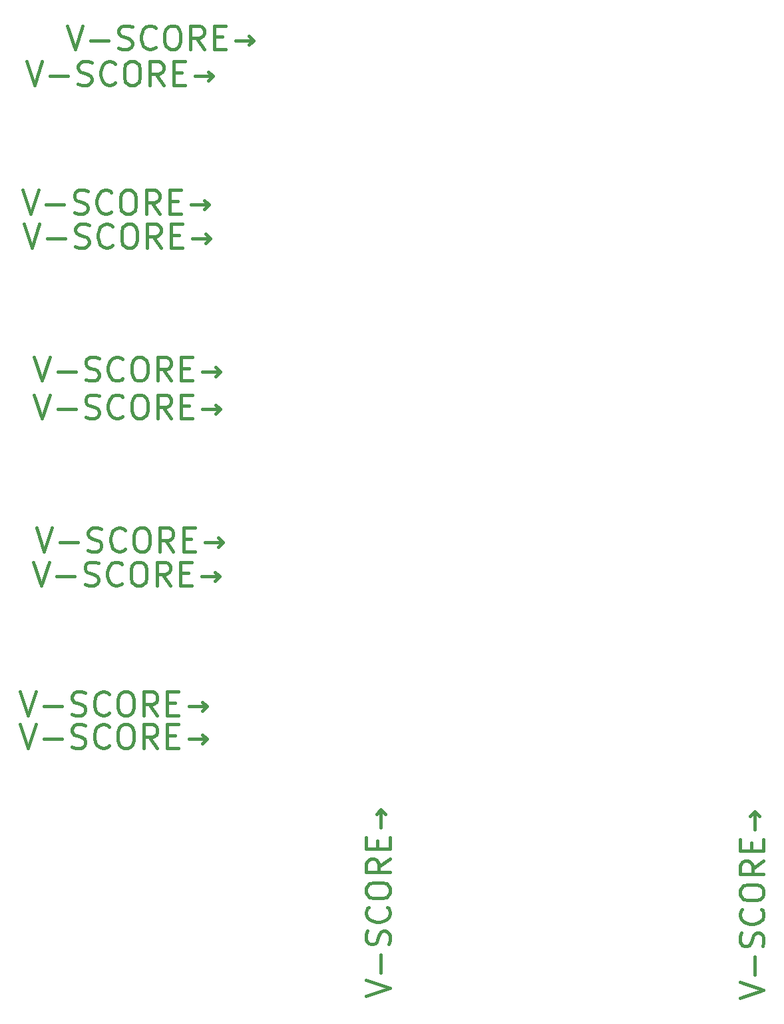
<source format=gbr>
G04 #@! TF.GenerationSoftware,KiCad,Pcbnew,(5.1.0)-1*
G04 #@! TF.CreationDate,2019-07-11T22:38:23-04:00*
G04 #@! TF.ProjectId,input_only,696e7075-745f-46f6-9e6c-792e6b696361,0.1*
G04 #@! TF.SameCoordinates,Original*
G04 #@! TF.FileFunction,Other,Comment*
%FSLAX46Y46*%
G04 Gerber Fmt 4.6, Leading zero omitted, Abs format (unit mm)*
G04 Created by KiCad (PCBNEW (5.1.0)-1) date 2019-07-11 22:38:23*
%MOMM*%
%LPD*%
G04 APERTURE LIST*
%ADD10C,0.400000*%
G04 APERTURE END LIST*
D10*
X147007142Y-175271428D02*
X150007142Y-174271428D01*
X147007142Y-173271428D01*
X148864285Y-172271428D02*
X148864285Y-169985714D01*
X149864285Y-168700000D02*
X150007142Y-168271428D01*
X150007142Y-167557142D01*
X149864285Y-167271428D01*
X149721428Y-167128571D01*
X149435714Y-166985714D01*
X149150000Y-166985714D01*
X148864285Y-167128571D01*
X148721428Y-167271428D01*
X148578571Y-167557142D01*
X148435714Y-168128571D01*
X148292857Y-168414285D01*
X148150000Y-168557142D01*
X147864285Y-168700000D01*
X147578571Y-168700000D01*
X147292857Y-168557142D01*
X147150000Y-168414285D01*
X147007142Y-168128571D01*
X147007142Y-167414285D01*
X147150000Y-166985714D01*
X149721428Y-163985714D02*
X149864285Y-164128571D01*
X150007142Y-164557142D01*
X150007142Y-164842857D01*
X149864285Y-165271428D01*
X149578571Y-165557142D01*
X149292857Y-165700000D01*
X148721428Y-165842857D01*
X148292857Y-165842857D01*
X147721428Y-165700000D01*
X147435714Y-165557142D01*
X147150000Y-165271428D01*
X147007142Y-164842857D01*
X147007142Y-164557142D01*
X147150000Y-164128571D01*
X147292857Y-163985714D01*
X147007142Y-162128571D02*
X147007142Y-161557142D01*
X147150000Y-161271428D01*
X147435714Y-160985714D01*
X148007142Y-160842857D01*
X149007142Y-160842857D01*
X149578571Y-160985714D01*
X149864285Y-161271428D01*
X150007142Y-161557142D01*
X150007142Y-162128571D01*
X149864285Y-162414285D01*
X149578571Y-162700000D01*
X149007142Y-162842857D01*
X148007142Y-162842857D01*
X147435714Y-162700000D01*
X147150000Y-162414285D01*
X147007142Y-162128571D01*
X150007142Y-157842857D02*
X148578571Y-158842857D01*
X150007142Y-159557142D02*
X147007142Y-159557142D01*
X147007142Y-158414285D01*
X147150000Y-158128571D01*
X147292857Y-157985714D01*
X147578571Y-157842857D01*
X148007142Y-157842857D01*
X148292857Y-157985714D01*
X148435714Y-158128571D01*
X148578571Y-158414285D01*
X148578571Y-159557142D01*
X148435714Y-156557142D02*
X148435714Y-155557142D01*
X150007142Y-155128571D02*
X150007142Y-156557142D01*
X147007142Y-156557142D01*
X147007142Y-155128571D01*
X148864285Y-153842857D02*
X148864285Y-151557142D01*
X149435714Y-152128571D02*
X148864285Y-151557142D01*
X148292857Y-152128571D01*
X99457142Y-175021428D02*
X102457142Y-174021428D01*
X99457142Y-173021428D01*
X101314285Y-172021428D02*
X101314285Y-169735714D01*
X102314285Y-168450000D02*
X102457142Y-168021428D01*
X102457142Y-167307142D01*
X102314285Y-167021428D01*
X102171428Y-166878571D01*
X101885714Y-166735714D01*
X101600000Y-166735714D01*
X101314285Y-166878571D01*
X101171428Y-167021428D01*
X101028571Y-167307142D01*
X100885714Y-167878571D01*
X100742857Y-168164285D01*
X100600000Y-168307142D01*
X100314285Y-168450000D01*
X100028571Y-168450000D01*
X99742857Y-168307142D01*
X99600000Y-168164285D01*
X99457142Y-167878571D01*
X99457142Y-167164285D01*
X99600000Y-166735714D01*
X102171428Y-163735714D02*
X102314285Y-163878571D01*
X102457142Y-164307142D01*
X102457142Y-164592857D01*
X102314285Y-165021428D01*
X102028571Y-165307142D01*
X101742857Y-165450000D01*
X101171428Y-165592857D01*
X100742857Y-165592857D01*
X100171428Y-165450000D01*
X99885714Y-165307142D01*
X99600000Y-165021428D01*
X99457142Y-164592857D01*
X99457142Y-164307142D01*
X99600000Y-163878571D01*
X99742857Y-163735714D01*
X99457142Y-161878571D02*
X99457142Y-161307142D01*
X99600000Y-161021428D01*
X99885714Y-160735714D01*
X100457142Y-160592857D01*
X101457142Y-160592857D01*
X102028571Y-160735714D01*
X102314285Y-161021428D01*
X102457142Y-161307142D01*
X102457142Y-161878571D01*
X102314285Y-162164285D01*
X102028571Y-162450000D01*
X101457142Y-162592857D01*
X100457142Y-162592857D01*
X99885714Y-162450000D01*
X99600000Y-162164285D01*
X99457142Y-161878571D01*
X102457142Y-157592857D02*
X101028571Y-158592857D01*
X102457142Y-159307142D02*
X99457142Y-159307142D01*
X99457142Y-158164285D01*
X99600000Y-157878571D01*
X99742857Y-157735714D01*
X100028571Y-157592857D01*
X100457142Y-157592857D01*
X100742857Y-157735714D01*
X100885714Y-157878571D01*
X101028571Y-158164285D01*
X101028571Y-159307142D01*
X100885714Y-156307142D02*
X100885714Y-155307142D01*
X102457142Y-154878571D02*
X102457142Y-156307142D01*
X99457142Y-156307142D01*
X99457142Y-154878571D01*
X101314285Y-153592857D02*
X101314285Y-151307142D01*
X101885714Y-151878571D02*
X101314285Y-151307142D01*
X100742857Y-151878571D01*
X55428571Y-140507142D02*
X56428571Y-143507142D01*
X57428571Y-140507142D01*
X58428571Y-142364285D02*
X60714285Y-142364285D01*
X62000000Y-143364285D02*
X62428571Y-143507142D01*
X63142857Y-143507142D01*
X63428571Y-143364285D01*
X63571428Y-143221428D01*
X63714285Y-142935714D01*
X63714285Y-142650000D01*
X63571428Y-142364285D01*
X63428571Y-142221428D01*
X63142857Y-142078571D01*
X62571428Y-141935714D01*
X62285714Y-141792857D01*
X62142857Y-141650000D01*
X62000000Y-141364285D01*
X62000000Y-141078571D01*
X62142857Y-140792857D01*
X62285714Y-140650000D01*
X62571428Y-140507142D01*
X63285714Y-140507142D01*
X63714285Y-140650000D01*
X66714285Y-143221428D02*
X66571428Y-143364285D01*
X66142857Y-143507142D01*
X65857142Y-143507142D01*
X65428571Y-143364285D01*
X65142857Y-143078571D01*
X65000000Y-142792857D01*
X64857142Y-142221428D01*
X64857142Y-141792857D01*
X65000000Y-141221428D01*
X65142857Y-140935714D01*
X65428571Y-140650000D01*
X65857142Y-140507142D01*
X66142857Y-140507142D01*
X66571428Y-140650000D01*
X66714285Y-140792857D01*
X68571428Y-140507142D02*
X69142857Y-140507142D01*
X69428571Y-140650000D01*
X69714285Y-140935714D01*
X69857142Y-141507142D01*
X69857142Y-142507142D01*
X69714285Y-143078571D01*
X69428571Y-143364285D01*
X69142857Y-143507142D01*
X68571428Y-143507142D01*
X68285714Y-143364285D01*
X68000000Y-143078571D01*
X67857142Y-142507142D01*
X67857142Y-141507142D01*
X68000000Y-140935714D01*
X68285714Y-140650000D01*
X68571428Y-140507142D01*
X72857142Y-143507142D02*
X71857142Y-142078571D01*
X71142857Y-143507142D02*
X71142857Y-140507142D01*
X72285714Y-140507142D01*
X72571428Y-140650000D01*
X72714285Y-140792857D01*
X72857142Y-141078571D01*
X72857142Y-141507142D01*
X72714285Y-141792857D01*
X72571428Y-141935714D01*
X72285714Y-142078571D01*
X71142857Y-142078571D01*
X74142857Y-141935714D02*
X75142857Y-141935714D01*
X75571428Y-143507142D02*
X74142857Y-143507142D01*
X74142857Y-140507142D01*
X75571428Y-140507142D01*
X76857142Y-142364285D02*
X79142857Y-142364285D01*
X78571428Y-142935714D02*
X79142857Y-142364285D01*
X78571428Y-141792857D01*
X55428571Y-136357142D02*
X56428571Y-139357142D01*
X57428571Y-136357142D01*
X58428571Y-138214285D02*
X60714285Y-138214285D01*
X62000000Y-139214285D02*
X62428571Y-139357142D01*
X63142857Y-139357142D01*
X63428571Y-139214285D01*
X63571428Y-139071428D01*
X63714285Y-138785714D01*
X63714285Y-138500000D01*
X63571428Y-138214285D01*
X63428571Y-138071428D01*
X63142857Y-137928571D01*
X62571428Y-137785714D01*
X62285714Y-137642857D01*
X62142857Y-137500000D01*
X62000000Y-137214285D01*
X62000000Y-136928571D01*
X62142857Y-136642857D01*
X62285714Y-136500000D01*
X62571428Y-136357142D01*
X63285714Y-136357142D01*
X63714285Y-136500000D01*
X66714285Y-139071428D02*
X66571428Y-139214285D01*
X66142857Y-139357142D01*
X65857142Y-139357142D01*
X65428571Y-139214285D01*
X65142857Y-138928571D01*
X65000000Y-138642857D01*
X64857142Y-138071428D01*
X64857142Y-137642857D01*
X65000000Y-137071428D01*
X65142857Y-136785714D01*
X65428571Y-136500000D01*
X65857142Y-136357142D01*
X66142857Y-136357142D01*
X66571428Y-136500000D01*
X66714285Y-136642857D01*
X68571428Y-136357142D02*
X69142857Y-136357142D01*
X69428571Y-136500000D01*
X69714285Y-136785714D01*
X69857142Y-137357142D01*
X69857142Y-138357142D01*
X69714285Y-138928571D01*
X69428571Y-139214285D01*
X69142857Y-139357142D01*
X68571428Y-139357142D01*
X68285714Y-139214285D01*
X68000000Y-138928571D01*
X67857142Y-138357142D01*
X67857142Y-137357142D01*
X68000000Y-136785714D01*
X68285714Y-136500000D01*
X68571428Y-136357142D01*
X72857142Y-139357142D02*
X71857142Y-137928571D01*
X71142857Y-139357142D02*
X71142857Y-136357142D01*
X72285714Y-136357142D01*
X72571428Y-136500000D01*
X72714285Y-136642857D01*
X72857142Y-136928571D01*
X72857142Y-137357142D01*
X72714285Y-137642857D01*
X72571428Y-137785714D01*
X72285714Y-137928571D01*
X71142857Y-137928571D01*
X74142857Y-137785714D02*
X75142857Y-137785714D01*
X75571428Y-139357142D02*
X74142857Y-139357142D01*
X74142857Y-136357142D01*
X75571428Y-136357142D01*
X76857142Y-138214285D02*
X79142857Y-138214285D01*
X78571428Y-138785714D02*
X79142857Y-138214285D01*
X78571428Y-137642857D01*
X57078571Y-119857142D02*
X58078571Y-122857142D01*
X59078571Y-119857142D01*
X60078571Y-121714285D02*
X62364285Y-121714285D01*
X63650000Y-122714285D02*
X64078571Y-122857142D01*
X64792857Y-122857142D01*
X65078571Y-122714285D01*
X65221428Y-122571428D01*
X65364285Y-122285714D01*
X65364285Y-122000000D01*
X65221428Y-121714285D01*
X65078571Y-121571428D01*
X64792857Y-121428571D01*
X64221428Y-121285714D01*
X63935714Y-121142857D01*
X63792857Y-121000000D01*
X63650000Y-120714285D01*
X63650000Y-120428571D01*
X63792857Y-120142857D01*
X63935714Y-120000000D01*
X64221428Y-119857142D01*
X64935714Y-119857142D01*
X65364285Y-120000000D01*
X68364285Y-122571428D02*
X68221428Y-122714285D01*
X67792857Y-122857142D01*
X67507142Y-122857142D01*
X67078571Y-122714285D01*
X66792857Y-122428571D01*
X66650000Y-122142857D01*
X66507142Y-121571428D01*
X66507142Y-121142857D01*
X66650000Y-120571428D01*
X66792857Y-120285714D01*
X67078571Y-120000000D01*
X67507142Y-119857142D01*
X67792857Y-119857142D01*
X68221428Y-120000000D01*
X68364285Y-120142857D01*
X70221428Y-119857142D02*
X70792857Y-119857142D01*
X71078571Y-120000000D01*
X71364285Y-120285714D01*
X71507142Y-120857142D01*
X71507142Y-121857142D01*
X71364285Y-122428571D01*
X71078571Y-122714285D01*
X70792857Y-122857142D01*
X70221428Y-122857142D01*
X69935714Y-122714285D01*
X69650000Y-122428571D01*
X69507142Y-121857142D01*
X69507142Y-120857142D01*
X69650000Y-120285714D01*
X69935714Y-120000000D01*
X70221428Y-119857142D01*
X74507142Y-122857142D02*
X73507142Y-121428571D01*
X72792857Y-122857142D02*
X72792857Y-119857142D01*
X73935714Y-119857142D01*
X74221428Y-120000000D01*
X74364285Y-120142857D01*
X74507142Y-120428571D01*
X74507142Y-120857142D01*
X74364285Y-121142857D01*
X74221428Y-121285714D01*
X73935714Y-121428571D01*
X72792857Y-121428571D01*
X75792857Y-121285714D02*
X76792857Y-121285714D01*
X77221428Y-122857142D02*
X75792857Y-122857142D01*
X75792857Y-119857142D01*
X77221428Y-119857142D01*
X78507142Y-121714285D02*
X80792857Y-121714285D01*
X80221428Y-122285714D02*
X80792857Y-121714285D01*
X80221428Y-121142857D01*
X57478571Y-115507142D02*
X58478571Y-118507142D01*
X59478571Y-115507142D01*
X60478571Y-117364285D02*
X62764285Y-117364285D01*
X64050000Y-118364285D02*
X64478571Y-118507142D01*
X65192857Y-118507142D01*
X65478571Y-118364285D01*
X65621428Y-118221428D01*
X65764285Y-117935714D01*
X65764285Y-117650000D01*
X65621428Y-117364285D01*
X65478571Y-117221428D01*
X65192857Y-117078571D01*
X64621428Y-116935714D01*
X64335714Y-116792857D01*
X64192857Y-116650000D01*
X64050000Y-116364285D01*
X64050000Y-116078571D01*
X64192857Y-115792857D01*
X64335714Y-115650000D01*
X64621428Y-115507142D01*
X65335714Y-115507142D01*
X65764285Y-115650000D01*
X68764285Y-118221428D02*
X68621428Y-118364285D01*
X68192857Y-118507142D01*
X67907142Y-118507142D01*
X67478571Y-118364285D01*
X67192857Y-118078571D01*
X67050000Y-117792857D01*
X66907142Y-117221428D01*
X66907142Y-116792857D01*
X67050000Y-116221428D01*
X67192857Y-115935714D01*
X67478571Y-115650000D01*
X67907142Y-115507142D01*
X68192857Y-115507142D01*
X68621428Y-115650000D01*
X68764285Y-115792857D01*
X70621428Y-115507142D02*
X71192857Y-115507142D01*
X71478571Y-115650000D01*
X71764285Y-115935714D01*
X71907142Y-116507142D01*
X71907142Y-117507142D01*
X71764285Y-118078571D01*
X71478571Y-118364285D01*
X71192857Y-118507142D01*
X70621428Y-118507142D01*
X70335714Y-118364285D01*
X70050000Y-118078571D01*
X69907142Y-117507142D01*
X69907142Y-116507142D01*
X70050000Y-115935714D01*
X70335714Y-115650000D01*
X70621428Y-115507142D01*
X74907142Y-118507142D02*
X73907142Y-117078571D01*
X73192857Y-118507142D02*
X73192857Y-115507142D01*
X74335714Y-115507142D01*
X74621428Y-115650000D01*
X74764285Y-115792857D01*
X74907142Y-116078571D01*
X74907142Y-116507142D01*
X74764285Y-116792857D01*
X74621428Y-116935714D01*
X74335714Y-117078571D01*
X73192857Y-117078571D01*
X76192857Y-116935714D02*
X77192857Y-116935714D01*
X77621428Y-118507142D02*
X76192857Y-118507142D01*
X76192857Y-115507142D01*
X77621428Y-115507142D01*
X78907142Y-117364285D02*
X81192857Y-117364285D01*
X80621428Y-117935714D02*
X81192857Y-117364285D01*
X80621428Y-116792857D01*
X57178571Y-98607142D02*
X58178571Y-101607142D01*
X59178571Y-98607142D01*
X60178571Y-100464285D02*
X62464285Y-100464285D01*
X63750000Y-101464285D02*
X64178571Y-101607142D01*
X64892857Y-101607142D01*
X65178571Y-101464285D01*
X65321428Y-101321428D01*
X65464285Y-101035714D01*
X65464285Y-100750000D01*
X65321428Y-100464285D01*
X65178571Y-100321428D01*
X64892857Y-100178571D01*
X64321428Y-100035714D01*
X64035714Y-99892857D01*
X63892857Y-99750000D01*
X63750000Y-99464285D01*
X63750000Y-99178571D01*
X63892857Y-98892857D01*
X64035714Y-98750000D01*
X64321428Y-98607142D01*
X65035714Y-98607142D01*
X65464285Y-98750000D01*
X68464285Y-101321428D02*
X68321428Y-101464285D01*
X67892857Y-101607142D01*
X67607142Y-101607142D01*
X67178571Y-101464285D01*
X66892857Y-101178571D01*
X66750000Y-100892857D01*
X66607142Y-100321428D01*
X66607142Y-99892857D01*
X66750000Y-99321428D01*
X66892857Y-99035714D01*
X67178571Y-98750000D01*
X67607142Y-98607142D01*
X67892857Y-98607142D01*
X68321428Y-98750000D01*
X68464285Y-98892857D01*
X70321428Y-98607142D02*
X70892857Y-98607142D01*
X71178571Y-98750000D01*
X71464285Y-99035714D01*
X71607142Y-99607142D01*
X71607142Y-100607142D01*
X71464285Y-101178571D01*
X71178571Y-101464285D01*
X70892857Y-101607142D01*
X70321428Y-101607142D01*
X70035714Y-101464285D01*
X69750000Y-101178571D01*
X69607142Y-100607142D01*
X69607142Y-99607142D01*
X69750000Y-99035714D01*
X70035714Y-98750000D01*
X70321428Y-98607142D01*
X74607142Y-101607142D02*
X73607142Y-100178571D01*
X72892857Y-101607142D02*
X72892857Y-98607142D01*
X74035714Y-98607142D01*
X74321428Y-98750000D01*
X74464285Y-98892857D01*
X74607142Y-99178571D01*
X74607142Y-99607142D01*
X74464285Y-99892857D01*
X74321428Y-100035714D01*
X74035714Y-100178571D01*
X72892857Y-100178571D01*
X75892857Y-100035714D02*
X76892857Y-100035714D01*
X77321428Y-101607142D02*
X75892857Y-101607142D01*
X75892857Y-98607142D01*
X77321428Y-98607142D01*
X78607142Y-100464285D02*
X80892857Y-100464285D01*
X80321428Y-101035714D02*
X80892857Y-100464285D01*
X80321428Y-99892857D01*
X57178571Y-93807142D02*
X58178571Y-96807142D01*
X59178571Y-93807142D01*
X60178571Y-95664285D02*
X62464285Y-95664285D01*
X63750000Y-96664285D02*
X64178571Y-96807142D01*
X64892857Y-96807142D01*
X65178571Y-96664285D01*
X65321428Y-96521428D01*
X65464285Y-96235714D01*
X65464285Y-95950000D01*
X65321428Y-95664285D01*
X65178571Y-95521428D01*
X64892857Y-95378571D01*
X64321428Y-95235714D01*
X64035714Y-95092857D01*
X63892857Y-94950000D01*
X63750000Y-94664285D01*
X63750000Y-94378571D01*
X63892857Y-94092857D01*
X64035714Y-93950000D01*
X64321428Y-93807142D01*
X65035714Y-93807142D01*
X65464285Y-93950000D01*
X68464285Y-96521428D02*
X68321428Y-96664285D01*
X67892857Y-96807142D01*
X67607142Y-96807142D01*
X67178571Y-96664285D01*
X66892857Y-96378571D01*
X66750000Y-96092857D01*
X66607142Y-95521428D01*
X66607142Y-95092857D01*
X66750000Y-94521428D01*
X66892857Y-94235714D01*
X67178571Y-93950000D01*
X67607142Y-93807142D01*
X67892857Y-93807142D01*
X68321428Y-93950000D01*
X68464285Y-94092857D01*
X70321428Y-93807142D02*
X70892857Y-93807142D01*
X71178571Y-93950000D01*
X71464285Y-94235714D01*
X71607142Y-94807142D01*
X71607142Y-95807142D01*
X71464285Y-96378571D01*
X71178571Y-96664285D01*
X70892857Y-96807142D01*
X70321428Y-96807142D01*
X70035714Y-96664285D01*
X69750000Y-96378571D01*
X69607142Y-95807142D01*
X69607142Y-94807142D01*
X69750000Y-94235714D01*
X70035714Y-93950000D01*
X70321428Y-93807142D01*
X74607142Y-96807142D02*
X73607142Y-95378571D01*
X72892857Y-96807142D02*
X72892857Y-93807142D01*
X74035714Y-93807142D01*
X74321428Y-93950000D01*
X74464285Y-94092857D01*
X74607142Y-94378571D01*
X74607142Y-94807142D01*
X74464285Y-95092857D01*
X74321428Y-95235714D01*
X74035714Y-95378571D01*
X72892857Y-95378571D01*
X75892857Y-95235714D02*
X76892857Y-95235714D01*
X77321428Y-96807142D02*
X75892857Y-96807142D01*
X75892857Y-93807142D01*
X77321428Y-93807142D01*
X78607142Y-95664285D02*
X80892857Y-95664285D01*
X80321428Y-96235714D02*
X80892857Y-95664285D01*
X80321428Y-95092857D01*
X55878571Y-76907142D02*
X56878571Y-79907142D01*
X57878571Y-76907142D01*
X58878571Y-78764285D02*
X61164285Y-78764285D01*
X62450000Y-79764285D02*
X62878571Y-79907142D01*
X63592857Y-79907142D01*
X63878571Y-79764285D01*
X64021428Y-79621428D01*
X64164285Y-79335714D01*
X64164285Y-79050000D01*
X64021428Y-78764285D01*
X63878571Y-78621428D01*
X63592857Y-78478571D01*
X63021428Y-78335714D01*
X62735714Y-78192857D01*
X62592857Y-78050000D01*
X62450000Y-77764285D01*
X62450000Y-77478571D01*
X62592857Y-77192857D01*
X62735714Y-77050000D01*
X63021428Y-76907142D01*
X63735714Y-76907142D01*
X64164285Y-77050000D01*
X67164285Y-79621428D02*
X67021428Y-79764285D01*
X66592857Y-79907142D01*
X66307142Y-79907142D01*
X65878571Y-79764285D01*
X65592857Y-79478571D01*
X65450000Y-79192857D01*
X65307142Y-78621428D01*
X65307142Y-78192857D01*
X65450000Y-77621428D01*
X65592857Y-77335714D01*
X65878571Y-77050000D01*
X66307142Y-76907142D01*
X66592857Y-76907142D01*
X67021428Y-77050000D01*
X67164285Y-77192857D01*
X69021428Y-76907142D02*
X69592857Y-76907142D01*
X69878571Y-77050000D01*
X70164285Y-77335714D01*
X70307142Y-77907142D01*
X70307142Y-78907142D01*
X70164285Y-79478571D01*
X69878571Y-79764285D01*
X69592857Y-79907142D01*
X69021428Y-79907142D01*
X68735714Y-79764285D01*
X68450000Y-79478571D01*
X68307142Y-78907142D01*
X68307142Y-77907142D01*
X68450000Y-77335714D01*
X68735714Y-77050000D01*
X69021428Y-76907142D01*
X73307142Y-79907142D02*
X72307142Y-78478571D01*
X71592857Y-79907142D02*
X71592857Y-76907142D01*
X72735714Y-76907142D01*
X73021428Y-77050000D01*
X73164285Y-77192857D01*
X73307142Y-77478571D01*
X73307142Y-77907142D01*
X73164285Y-78192857D01*
X73021428Y-78335714D01*
X72735714Y-78478571D01*
X71592857Y-78478571D01*
X74592857Y-78335714D02*
X75592857Y-78335714D01*
X76021428Y-79907142D02*
X74592857Y-79907142D01*
X74592857Y-76907142D01*
X76021428Y-76907142D01*
X77307142Y-78764285D02*
X79592857Y-78764285D01*
X79021428Y-79335714D02*
X79592857Y-78764285D01*
X79021428Y-78192857D01*
X55728571Y-72607142D02*
X56728571Y-75607142D01*
X57728571Y-72607142D01*
X58728571Y-74464285D02*
X61014285Y-74464285D01*
X62300000Y-75464285D02*
X62728571Y-75607142D01*
X63442857Y-75607142D01*
X63728571Y-75464285D01*
X63871428Y-75321428D01*
X64014285Y-75035714D01*
X64014285Y-74750000D01*
X63871428Y-74464285D01*
X63728571Y-74321428D01*
X63442857Y-74178571D01*
X62871428Y-74035714D01*
X62585714Y-73892857D01*
X62442857Y-73750000D01*
X62300000Y-73464285D01*
X62300000Y-73178571D01*
X62442857Y-72892857D01*
X62585714Y-72750000D01*
X62871428Y-72607142D01*
X63585714Y-72607142D01*
X64014285Y-72750000D01*
X67014285Y-75321428D02*
X66871428Y-75464285D01*
X66442857Y-75607142D01*
X66157142Y-75607142D01*
X65728571Y-75464285D01*
X65442857Y-75178571D01*
X65300000Y-74892857D01*
X65157142Y-74321428D01*
X65157142Y-73892857D01*
X65300000Y-73321428D01*
X65442857Y-73035714D01*
X65728571Y-72750000D01*
X66157142Y-72607142D01*
X66442857Y-72607142D01*
X66871428Y-72750000D01*
X67014285Y-72892857D01*
X68871428Y-72607142D02*
X69442857Y-72607142D01*
X69728571Y-72750000D01*
X70014285Y-73035714D01*
X70157142Y-73607142D01*
X70157142Y-74607142D01*
X70014285Y-75178571D01*
X69728571Y-75464285D01*
X69442857Y-75607142D01*
X68871428Y-75607142D01*
X68585714Y-75464285D01*
X68300000Y-75178571D01*
X68157142Y-74607142D01*
X68157142Y-73607142D01*
X68300000Y-73035714D01*
X68585714Y-72750000D01*
X68871428Y-72607142D01*
X73157142Y-75607142D02*
X72157142Y-74178571D01*
X71442857Y-75607142D02*
X71442857Y-72607142D01*
X72585714Y-72607142D01*
X72871428Y-72750000D01*
X73014285Y-72892857D01*
X73157142Y-73178571D01*
X73157142Y-73607142D01*
X73014285Y-73892857D01*
X72871428Y-74035714D01*
X72585714Y-74178571D01*
X71442857Y-74178571D01*
X74442857Y-74035714D02*
X75442857Y-74035714D01*
X75871428Y-75607142D02*
X74442857Y-75607142D01*
X74442857Y-72607142D01*
X75871428Y-72607142D01*
X77157142Y-74464285D02*
X79442857Y-74464285D01*
X78871428Y-75035714D02*
X79442857Y-74464285D01*
X78871428Y-73892857D01*
X56228571Y-56257142D02*
X57228571Y-59257142D01*
X58228571Y-56257142D01*
X59228571Y-58114285D02*
X61514285Y-58114285D01*
X62800000Y-59114285D02*
X63228571Y-59257142D01*
X63942857Y-59257142D01*
X64228571Y-59114285D01*
X64371428Y-58971428D01*
X64514285Y-58685714D01*
X64514285Y-58400000D01*
X64371428Y-58114285D01*
X64228571Y-57971428D01*
X63942857Y-57828571D01*
X63371428Y-57685714D01*
X63085714Y-57542857D01*
X62942857Y-57400000D01*
X62800000Y-57114285D01*
X62800000Y-56828571D01*
X62942857Y-56542857D01*
X63085714Y-56400000D01*
X63371428Y-56257142D01*
X64085714Y-56257142D01*
X64514285Y-56400000D01*
X67514285Y-58971428D02*
X67371428Y-59114285D01*
X66942857Y-59257142D01*
X66657142Y-59257142D01*
X66228571Y-59114285D01*
X65942857Y-58828571D01*
X65800000Y-58542857D01*
X65657142Y-57971428D01*
X65657142Y-57542857D01*
X65800000Y-56971428D01*
X65942857Y-56685714D01*
X66228571Y-56400000D01*
X66657142Y-56257142D01*
X66942857Y-56257142D01*
X67371428Y-56400000D01*
X67514285Y-56542857D01*
X69371428Y-56257142D02*
X69942857Y-56257142D01*
X70228571Y-56400000D01*
X70514285Y-56685714D01*
X70657142Y-57257142D01*
X70657142Y-58257142D01*
X70514285Y-58828571D01*
X70228571Y-59114285D01*
X69942857Y-59257142D01*
X69371428Y-59257142D01*
X69085714Y-59114285D01*
X68800000Y-58828571D01*
X68657142Y-58257142D01*
X68657142Y-57257142D01*
X68800000Y-56685714D01*
X69085714Y-56400000D01*
X69371428Y-56257142D01*
X73657142Y-59257142D02*
X72657142Y-57828571D01*
X71942857Y-59257142D02*
X71942857Y-56257142D01*
X73085714Y-56257142D01*
X73371428Y-56400000D01*
X73514285Y-56542857D01*
X73657142Y-56828571D01*
X73657142Y-57257142D01*
X73514285Y-57542857D01*
X73371428Y-57685714D01*
X73085714Y-57828571D01*
X71942857Y-57828571D01*
X74942857Y-57685714D02*
X75942857Y-57685714D01*
X76371428Y-59257142D02*
X74942857Y-59257142D01*
X74942857Y-56257142D01*
X76371428Y-56257142D01*
X77657142Y-58114285D02*
X79942857Y-58114285D01*
X79371428Y-58685714D02*
X79942857Y-58114285D01*
X79371428Y-57542857D01*
X61378571Y-51707142D02*
X62378571Y-54707142D01*
X63378571Y-51707142D01*
X64378571Y-53564285D02*
X66664285Y-53564285D01*
X67950000Y-54564285D02*
X68378571Y-54707142D01*
X69092857Y-54707142D01*
X69378571Y-54564285D01*
X69521428Y-54421428D01*
X69664285Y-54135714D01*
X69664285Y-53850000D01*
X69521428Y-53564285D01*
X69378571Y-53421428D01*
X69092857Y-53278571D01*
X68521428Y-53135714D01*
X68235714Y-52992857D01*
X68092857Y-52850000D01*
X67950000Y-52564285D01*
X67950000Y-52278571D01*
X68092857Y-51992857D01*
X68235714Y-51850000D01*
X68521428Y-51707142D01*
X69235714Y-51707142D01*
X69664285Y-51850000D01*
X72664285Y-54421428D02*
X72521428Y-54564285D01*
X72092857Y-54707142D01*
X71807142Y-54707142D01*
X71378571Y-54564285D01*
X71092857Y-54278571D01*
X70950000Y-53992857D01*
X70807142Y-53421428D01*
X70807142Y-52992857D01*
X70950000Y-52421428D01*
X71092857Y-52135714D01*
X71378571Y-51850000D01*
X71807142Y-51707142D01*
X72092857Y-51707142D01*
X72521428Y-51850000D01*
X72664285Y-51992857D01*
X74521428Y-51707142D02*
X75092857Y-51707142D01*
X75378571Y-51850000D01*
X75664285Y-52135714D01*
X75807142Y-52707142D01*
X75807142Y-53707142D01*
X75664285Y-54278571D01*
X75378571Y-54564285D01*
X75092857Y-54707142D01*
X74521428Y-54707142D01*
X74235714Y-54564285D01*
X73950000Y-54278571D01*
X73807142Y-53707142D01*
X73807142Y-52707142D01*
X73950000Y-52135714D01*
X74235714Y-51850000D01*
X74521428Y-51707142D01*
X78807142Y-54707142D02*
X77807142Y-53278571D01*
X77092857Y-54707142D02*
X77092857Y-51707142D01*
X78235714Y-51707142D01*
X78521428Y-51850000D01*
X78664285Y-51992857D01*
X78807142Y-52278571D01*
X78807142Y-52707142D01*
X78664285Y-52992857D01*
X78521428Y-53135714D01*
X78235714Y-53278571D01*
X77092857Y-53278571D01*
X80092857Y-53135714D02*
X81092857Y-53135714D01*
X81521428Y-54707142D02*
X80092857Y-54707142D01*
X80092857Y-51707142D01*
X81521428Y-51707142D01*
X82807142Y-53564285D02*
X85092857Y-53564285D01*
X84521428Y-54135714D02*
X85092857Y-53564285D01*
X84521428Y-52992857D01*
M02*

</source>
